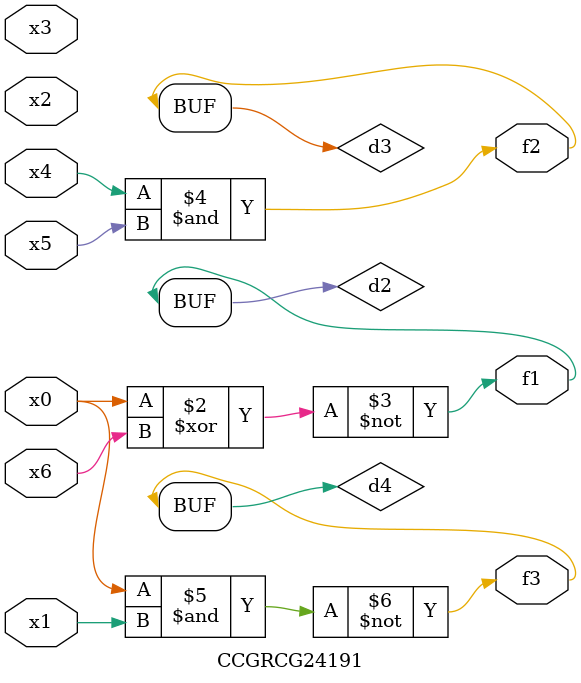
<source format=v>
module CCGRCG24191(
	input x0, x1, x2, x3, x4, x5, x6,
	output f1, f2, f3
);

	wire d1, d2, d3, d4;

	nor (d1, x0);
	xnor (d2, x0, x6);
	and (d3, x4, x5);
	nand (d4, x0, x1);
	assign f1 = d2;
	assign f2 = d3;
	assign f3 = d4;
endmodule

</source>
